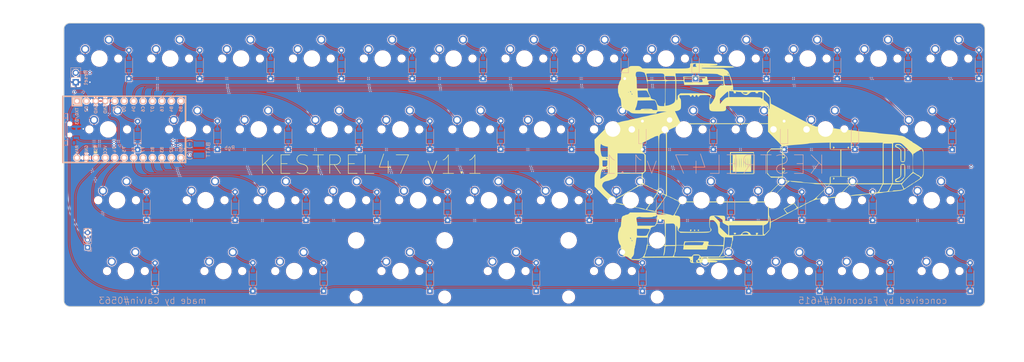
<source format=kicad_pcb>
(kicad_pcb (version 20211014) (generator pcbnew)
  (layers (0 "F.Cu" signal) (31 "B.Cu" signal) (34 "B.Paste" user) (35 "F.Paste" user) (36 "B.SilkS" user "B.Silkscreen") (37 "F.SilkS" user "F.Silkscreen") (38 "B.Mask" user) (39 "F.Mask" user) (44 "Edge.Cuts" user))
  (net 0 "")
  (net 1 "ROW0")
  (net 2 "Net-(D1-Pad2)")
  (net 3 "ROW1")
  (net 4 "Net-(D2-Pad2)")
  (net 5 "ROW2")
  (net 6 "Net-(D3-Pad2)")
  (net 7 " ROW3")
  (net 8 "Net-(D4-Pad2)")
  (net 9 "Net-(D5-Pad2)")
  (net 10 "Net-(D6-Pad2)")
  (net 11 "Net-(D7-Pad2)")
  (net 12 "Net-(D8-Pad2)")
  (net 13 "Net-(D9-Pad2)")
  (net 14 "Net-(D10-Pad2)")
  (net 15 "Net-(D11-Pad2)")
  (net 16 "Net-(D12-Pad2)")
  (net 17 "Net-(D13-Pad2)")
  (net 18 "Net-(D14-Pad2)")
  (net 19 "Net-(D15-Pad2)")
  (net 20 "Net-(D16-Pad2)")
  (net 21 "Net-(D17-Pad2)")
  (net 22 "Net-(D18-Pad2)")
  (net 23 "Net-(D19-Pad2)")
  (net 24 "Net-(D20-Pad2)")
  (net 25 "Net-(D21-Pad2)")
  (net 26 "Net-(D22-Pad2)")
  (net 27 "Net-(D23-Pad2)")
  (net 28 "Net-(D24-Pad2)")
  (net 29 "Net-(D25-Pad2)")
  (net 30 "Net-(D26-Pad2)")
  (net 31 "Net-(D27-Pad2)")
  (net 32 "Net-(D28-Pad2)")
  (net 33 "Net-(D29-Pad2)")
  (net 34 "Net-(D30-Pad2)")
  (net 35 "Net-(D31-Pad2)")
  (net 36 "Net-(D32-Pad2)")
  (net 37 "Net-(D33-Pad2)")
  (net 38 "Net-(D34-Pad2)")
  (net 39 "Net-(D35-Pad2)")
  (net 40 "Net-(D36-Pad2)")
  (net 41 "Net-(D37-Pad2)")
  (net 42 "Net-(D38-Pad2)")
  (net 43 "Net-(D39-Pad2)")
  (net 44 "Net-(D40-Pad2)")
  (net 45 "Net-(D41-Pad2)")
  (net 46 "Net-(D42-Pad2)")
  (net 47 "Net-(D43-Pad2)")
  (net 48 "Net-(D44-Pad2)")
  (net 49 "Net-(D45-Pad2)")
  (net 50 "Net-(D46-Pad2)")
  (net 51 "Net-(D47-Pad2)")
  (net 52 "COL0")
  (net 53 "COL1")
  (net 54 "COL2")
  (net 55 "COL3")
  (net 56 "COL4")
  (net 57 "COL5")
  (net 58 "COL6")
  (net 59 "COL7")
  (net 60 "COL8")
  (net 61 "COL9")
  (net 62 "COL10")
  (net 63 "COL11")
  (net 64 "COL12")
  (net 65 "GND")
  (net 66 "VCC")
  (net 67 "Net-(SW1-Pad2)")
  (net 68 "RAW")
  (net 69 "Net-(BT1-Pad2)")
  (net 71 "RGB")
  (footprint "combodiode:ComboDiode" (layer "F.Cu") (at 176.2125 65.0875 90)
    (fp_text reference "D29" hide)
    (fp_text value "D_Small")
  )
  (footprint "combodiode:ComboDiode" (layer "F.Cu") (at 61.9125 65.0875 90)
    (fp_text reference "D7" hide)
    (fp_text value "D_Small")
  )
  (footprint "MX_Only:MXOnly-1U-NoLED" (layer "F.Cu") (at 158.75 25.4)
    (fp_text reference "MX27")
    (fp_text value "MX-NoLED")
  )
  (footprint "combodiode:ComboDiode" (layer "F.Cu") (at 242.8875 26.9875 90)
    (fp_text reference "D43" hide)
    (fp_text value "D_Small")
  )
  (footprint "combodiode:ComboDiode" (layer "F.Cu") (at 261.9375 26.925 90)
    (fp_text reference "D47" hide)
    (fp_text value "D_Small")
  )
  (footprint "MX_Only:MXOnly-1.5U-NoLED" (layer "F.Cu") (at 249.2375 63.5)
    (fp_text reference "MX45")
    (fp_text value "MX-NoLED")
  )
  (footprint "combodiode:ComboDiode" (layer "F.Cu") (at 109.5375 26.9875 90)
    (fp_text reference "D17" hide)
    (fp_text value "D_Small")
  )
  (footprint "MX_Only:MXOnly-1U-NoLED" (layer "F.Cu") (at 182.5625 44.45)
    (fp_text reference "MX32")
    (fp_text value "MX-NoLED")
  )
  (footprint "combodiode:ComboDiode" (layer "F.Cu") (at 219.075 84.1375 90)
    (fp_text reference "D38" hide)
    (fp_text value "D_Small")
  )
  (footprint "combodiode:ComboDiode" (layer "F.Cu") (at 35.687 46.101 90)
    (fp_text reference "D2" hide)
    (fp_text value "D_Small")
  )
  (footprint "MX_Only:MXOnly-1U-NoLED" (layer "F.Cu") (at 206.375 63.5)
    (fp_text reference "MX37")
    (fp_text value "MX-NoLED")
  )
  (footprint "combodiode:ComboDiode" (layer "F.Cu") (at 114.3 46.0375 90)
    (fp_text reference "D18" hide)
    (fp_text value "D_Small")
  )
  (footprint "MX_Only:MXOnly-1U-NoLED" (layer "F.Cu") (at 82.55 25.4)
    (fp_text reference "MX13")
    (fp_text value "MX-NoLED")
  )
  (footprint "combodiode:ComboDiode" (layer "F.Cu") (at 259.588 84.1375 90)
    (fp_text reference "D46" hide)
    (fp_text value "D_Small")
  )
  (footprint "MX_Only:MXOnly-1U-NoLED" (layer "F.Cu") (at 68.2625 44.45)
    (fp_text reference "MX10")
    (fp_text value "MX-NoLED")
  )
  (footprint "combodiode:ComboDiode" (layer "F.Cu") (at 185.7375 26.9875 90)
    (fp_text reference "D31" hide)
    (fp_text value "D_Small")
  )
  (footprint "MX_Only:MXOnly-1U-NoLED" (layer "F.Cu") (at 134.9375 82.55)
    (fp_text reference "MX23")
    (fp_text value "MX-NoLED")
  )
  (footprint "MX_Only:MXOnly-1U-NoLED" (layer "F.Cu") (at 187.325 63.5)
    (fp_text reference "MX33")
    (fp_text value "MX-NoLED")
  )
  (footprint "combodiode:ComboDiode" (layer "F.Cu") (at 66.675 84.1375 90)
    (fp_text reference "D8" hide)
    (fp_text value "D_Small")
  )
  (footprint "MX_Only:MXOnly-1U-NoLED" (layer "F.Cu") (at 130.175 63.5)
    (fp_text reference "MX22")
    (fp_text value "MX-NoLED")
  )
  (footprint "combodiode:ComboDiode" (layer "F.Cu") (at 138.1125 65.0875 90)
    (fp_text reference "D22" hide)
    (fp_text value "D_Small")
  )
  (footprint "combodiode:ComboDiode" (layer "F.Cu") (at 214.3125 65.0875 90)
    (fp_text reference "D37" hide)
    (fp_text value "D_Small")
  )
  (footprint "MX_Only:MXOnly-1U-NoLED" (layer "F.Cu") (at 101.6 25.4)
    (fp_text reference "MX17")
    (fp_text value "MX-NoLED")
  )
  (footprint "combodiode:ComboDiode" (layer "F.Cu") (at 114.3 84.1375 90)
    (fp_text reference "D16" hide)
    (fp_text value "D_Small")
  )
  (footprint "MX_Only:MXOnly-1U-NoLED" (layer "F.Cu") (at 139.7 25.4)
    (fp_text reference "MX24")
    (fp_text value "MX-NoLED")
  )
  (footprint "MX_Only:MXOnly-1U-NoLED" (layer "F.Cu") (at 220.6625 44.45)
    (fp_text reference "MX40")
    (fp_text value "MX-NoLED")
  )
  (footprint "combodiode:ComboDiode" (layer "F.Cu") (at 100.0125 65.15 90)
    (fp_text reference "D15" hide)
    (fp_text value "D_Small")
  )
  (footprint "MX_Only:MXOnly-1U-NoLED" (layer "F.Cu") (at 120.65 25.4)
    (fp_text reference "MX20")
    (fp_text value "MX-NoLED")
  )
  (footprint "combodiode:ComboDiode" (layer "F.Cu") (at 57.15 46.0375 90)
    (fp_text reference "D6" hide)
    (fp_text value "D_Small")
  )
  (footprint "MX_Only:MXOnly-2U-ReversedStabilizers-NoLED" (layer "F.Cu") (at 106.3625 82.55)
    (fp_text reference "MX16")
    (fp_text value "MX-NoLED")
  )
  (footprint "MX_Only:MXOnly-1.25U-NoLED" (layer "F.Cu") (at 27.772544 44.451161)
    (fp_text reference "MX2")
    (fp_text value "MX-NoLED")
  )
  (footprint "MX_Only:MXOnly-1U-NoLED" (layer "F.Cu") (at 201.6125 44.45)
    (fp_text reference "MX36")
    (fp_text value "MX-NoLED")
  )
  (footprint "combodiode:ComboDiode" (layer "F.Cu") (at 147.6375 26.9875 90)
    (fp_text reference "D24" hide)
    (fp_text value "D_Small")
  )
  (footprint "MX_Only:MXOnly-1U-NoLED" (layer "F.Cu") (at 211.1375 82.55)
    (fp_text reference "MX38")
    (fp_text value "MX-NoLED")
  )
  (footprint "combodiode:ComboDiode" (layer "F.Cu") (at 119.0625 65.0875 90)
    (fp_text reference "D19" hide)
    (fp_text value "D_Small")
  )
  (footprint "MX_Only:MXOnly-1U-NoLED" (layer "F.Cu") (at 58.7375 82.55)
    (fp_text reference "MX8")
    (fp_text value "MX-NoLED")
  )
  (footprint "MX_Only:MXOnly-1.5U-NoLED" (layer "F.Cu") (at 30.1625 63.5)
    (fp_text reference "MX3")
    (fp_text value "MX-NoLED")
  )
  (footprint "combodiode:ComboDiode" (layer "F.Cu") (at 71.4375 26.9875 90)
    (fp_text reference "D9" hide)
    (fp_text value "D_Small")
  )
  (footprint "combodiode:ComboDiode" (layer "F.Cu") (at 33.3375 26.9875 90)
    (fp_text reference "D1" hide)
    (fp_text value "D_Small")
  )
  (footprint "combodiode:ComboDiode" (layer "F.Cu") (at 190.5 46.0375 90)
    (fp_text reference "D32" hide)
    (fp_text value "D_Small")
  )
  (footprint "MX_Only:MXOnly-1U-NoLED" (layer "F.Cu") (at 25.4 25.4)
    (fp_text reference "MX1")
    (fp_text value "MX-NoLED")
  )
  (footprint "MX_Only:MXOnly-1U-NoLED" (layer "F.Cu") (at 192.0875 82.55)
    (fp_text reference "MX34")
    (fp_text value "MX-NoLED")
  )
  (footprint "MX_Only:MXOnly-1U-NoLED" (layer "F.Cu") (at 163.5125 44.45)
    (fp_text reference "MX28")
    (fp_text value "MX-NoLED")
  )
  (footprint "MX_Only:MXOnly-1U-NoLED" (layer "F.Cu") (at 149.225 63.5)
    (fp_text reference "MX26")
    (fp_text value "MX-NoLED")
  )
  (footprint "combodiode:ComboDiode" (layer "F.Cu") (at 38.1 65.0875 90)
    (fp_text reference "D3" hide)
    (fp_text value "D_Small")
  )
  (footprint "MX_Only:MXOnly-1.75U-NoLED" (layer "F.Cu") (at 32.537923 82.55)
    (fp_text reference "MX4")
    (fp_text value "MX-NoLED")
  )
  (footprint "MX_Only:MXOnly-1.25U-NoLED" (layer "F.Cu") (at 251.634806 82.55)
    (fp_text reference "MX46")
    (fp_text value "MX-NoLED")
  )
  (footprint "MX_Only:MXOnly-1U-NoLED" (layer "F.Cu") (at 106.3625 44.45)
    (fp_text reference "MX18")
    (fp_text value "MX-NoLED")
  )
  (footprint "combodiode:ComboDiode" (layer "F.Cu") (at 238.125 84.075 90)
    (fp_text reference "D42" hide)
    (fp_text value "D_Small")
  )
  (footprint "MX_Only:MXOnly-1U-NoLED" (layer "F.Cu") (at 92.075 63.5)
    (fp_text reference "MX15")
    (fp_text value "MX-NoLED")
  )
  (footprint "combodiode:ComboDiode" (layer "F.Cu") (at 133.35 45.975 90)
    (fp_text reference "D21" hide)
    (fp_text value "D_Small")
  )
  (footprint "combodiode:ComboDiode" (layer "F.Cu") (at 171.45 46.0375 90)
    (fp_text reference "D28" hide)
    (fp_text value "D_Small")
  )
  (footprint "MX_Only:MXOnly-1U-NoLED" (layer "F.Cu") (at 168.275 63.5)
    (fp_text reference "MX29")
    (fp_text value "MX-NoLED")
  )
  (footprint "combodiode:ComboDiode" (layer "F.Cu") (at 228.6 46.0375 90)
    (fp_text reference "D40" hide)
    (fp_text value "D_Small")
  )
  (footprint "MX_Only:MXOnly-1U-NoLED" (layer "F.Cu") (at 144.4625 44.45)
    (fp_text reference "MX25")
    (fp_text value "MX-NoLED")
  )
  (footprint "MX_Only:MXOnly-1U-NoLED" (layer "F.Cu") (at 215.9 25.4)
    (fp_text reference "MX39")
    (fp_text value "MX-NoLED")
  )
  (footprint "combodiode:ComboDiode" (layer "F.Cu") (at 257.175 65.0875 90)
    (fp_text reference "D45" hide)
    (fp_text value "D_Small")
  )
  (footprint "combodiode:ComboDiode" (layer "F.Cu") (at 40.386 84.201 90)
    (fp_text reference "D4" hide)
    (fp_text value "D_Small")
  )
  (footprint "MX_Only:MXOnly-1U-NoLED" (layer "F.Cu") (at 44.45 25.4)
    (fp_text reference "MX5")
    (fp_text value "MX-NoLED")
  )
  (footprint "combodiode:ComboDiode" (layer "F.Cu") (at 200.025 84.1375 90)
    (fp_text reference "D34" hide)
    (fp_text value "D_Small")
  )
  (footprint "MX_Only:MXOnly-1U-NoLED" (layer "F.Cu") (at 49.2125 44.45)
    (fp_text reference "MX6")
    (fp_text value "MX-NoLED")
  )
  (footprint "MX_Only:MXOnly-1.75U-NoLED" (layer "F.Cu") (at 246.872306 44.45)
    (fp_text reference "MX44")
    (fp_text value "MX-NoLED")
  )
  (footprint "MX_Only:MXOnly-1U-NoLED" (layer "F.Cu") (at 77.7875 82.55)
    (fp_text reference "MX12")
    (fp_text value "MX-NoLED")
  )
  (footprint "combodiode:ComboDiode" (layer "F.Cu") (at 95.25 46.0375 90)
    (fp_text reference "D14" hide)
    (fp_text value "D_Small")
  )
  (footprint "combodiode:ComboDiode" (layer "F.Cu") (at 76.2 46.0375 90)
    (fp_text reference "D10" hide)
    (fp_text value "D_Small")
  )
  (footprint "combodiode:ComboDiode" (layer "F.Cu") (at 157.1625 65.0875 90)
    (fp_text reference "D26" hide)
    (fp_text value "D_Small")
  )
  (footprint "combodiode:ComboDiode" (layer "F.Cu") (at 52.3875 26.9875 90)
    (fp_text reference "D5" hide)
    (fp_text value "D_Small")
  )
  (footprint "combodiode:ComboDiode" (layer "F.Cu") (at 152.4 46.0375 90)
    (fp_text reference "D25" hide)
    (fp_text value "D_Small")
  )
  (footprint "MX_Only:MXOnly-1U-NoLED" (layer "F.Cu") (at 177.8 25.4)
    (fp_text reference "MX31")
    (fp_text value "MX-NoLED")
  )
  (footprint "MX_Only:MXOnly-1U-NoLED" (layer "F.Cu") (at 111.125 63.5)
    (fp_text reference "MX19")
    (fp_text value "MX-NoLED")
  )
  (footprint "MX_Only:MXOnly-1U-NoLED" (layer "F.Cu") (at 53.975 63.5)
    (fp_text reference "MX7")
    (fp_text value "MX-NoLED")
  )
  (footprint "combodiode:ComboDiode" (layer "F.Cu") (at 195.2625 65.0875 90)
    (fp_text reference "D33" hide)
    (fp_text value "D_Small")
  )
  (footprint "combodiode:ComboDiode" (layer "F.Cu") (at 204.7875 26.9875 90)
    (fp_text reference "D35" hide)
    (fp_text value "D_Small")
  )
  (footprint "combodiode:ComboDiode" (layer "F.Cu") (at 128.5875 26.9875 90)
    (fp_text reference "D20" hide)
    (fp_text value "D_Small")
  )
  (footprint "combodiode:ComboDiode" (layer "F.Cu") (at 142.875 84.1375 90)
    (fp_text reference "D23" hide)
    (fp_text value "D_Small")
  )
  (footprint "MX_Only:MXOnly-1U-NoLED" (layer "F.Cu") (at 230.1875 82.55)
    (fp_text reference "MX42")
    (fp_text value "MX-NoLED")
  )
  (footprint "MX_Only:MXOnly-1U-NoLED" (layer "F.Cu") (at 73.025 63.5)
    (fp_text reference "MX11")
    (fp_text value "MX-NoLED")
  )
  (footprint "combodiode:ComboDiode" (layer "F.Cu") (at 166.6875 26.9875 90)
    (fp_text reference "D27" hide)
    (fp_text value "D_Small")
  )
  (footprint "combodiode:ComboDiode" (layer "F.Cu") (at 85.725 84.1375 90)
    (fp_text reference "D12" hide)
    (fp_text value "D_Small")
  )
  (footprint "LOGO" (layer "F.Cu") (at 203.2 53.975)
    (fp_text reference "G***" hide)
    (fp_text value "LOGO" hide)
  )
  (footprint "MX_Only:MXOnly-1U-NoLED" (layer "F.Cu") (at 254 25.4)
    (fp_text reference "MX47")
    (fp_text value "MX-NoLED")
  )
  (footprint "MX_Only:MXOnly-1U-NoLED" (layer "F.Cu") (at 234.95 25.4)
    (fp_text reference "MX43")
    (fp_text value "MX-NoLED")
  )
  (footprint "MX_Only:MXOnly-1U-NoLED" (layer "F.Cu") (at 87.3125 44.45)
    (fp_text reference "MX14")
    (fp_text value "MX-NoLED")
  )
  (footprint "combodiode:ComboDiode" (layer "F.Cu") (at 233.3625 65.0875 90)
    (fp_text reference "D41" hide)
    (fp_text value "D_Small")
  )
  (footprint "combodiode:ComboDiode" (layer "F.Cu") (at 254.762 46.101 90)
    (fp_text reference "D44" hide)
    (fp_text value "D_Small")
  )
  (footprint "combodiode:ComboDiode" (layer "F.Cu") (at 223.8375 26.9875 90)
    (fp_text reference "D39" hide)
    (fp_text value "D_Small")
  )
  (footprint "combodiode:ComboDiode" (layer "F.Cu") (at 171.45 84.1375 90)
    (fp_text reference "D30" hide)
    (fp_text value "D_Small")
  )
  (footprint "MX_Only:MXOnly-1U-NoLED" (layer "F.Cu") (at 63.5 25.4)
    (fp_text reference "MX9")
    (fp_text value "MX-NoLED")
  )
  (footprint "combodiode:ComboDiode" (layer "F.Cu") (at 209.55 46.0375 90)
    (fp_text reference "D36" hide)
    (fp_text value "D_Small")
  )
  (footprint "combodiode:ComboDiode" (layer "F.Cu") (at 90.4875 26.9875 90)
    (fp_text reference "D13" hide)
    (fp_text value "D_Small")
  )
  (footprint "MX_Only:MXOnly-2U-ReversedStabilizers-NoLED" (layer "F.Cu") (at 163.5125 82.55)
    (fp_text reference "MX30")
    (fp_text value "MX-NoLED")
  )
  (footprint "MX_Only:MXOnly-1U-NoLED" (layer "F.Cu") (at 196.85 25.4)
    (fp_text reference "MX35")
    (fp_text value "MX-NoLED")
  )
  (footprint "MX_Only:MXOnly-1U-NoLED" (layer "F.Cu") (at 125.4125 44.45)
    (fp_text reference "MX21")
    (fp_text value "MX-NoLED")
  )
  (footprint "combodiode:ComboDiode" (layer "F.Cu") (at 80.9625 65.0875 90)
    (fp_text reference "D11" hide)
    (fp_text value "D_Small")
  )
  (footprint "MX_Only:MXOnly-1U-NoLED" (layer "F.Cu") (at 225.425 63.5)
    (fp_text reference "MX41")
    (fp_text value "MX-NoLED")
  )
  (footprint "Connector_PinSocket_2.00mm:PinSocket_1x03_P2.00mm_Vertical" (layer "B.Cu") (at 22.225 76.2)
    (fp_text reference "J1" hide)
    (fp_text value "Conn_01x03")
  )
  (footprint "Connector_PinHeader_2.54mm:PinHeader_1x02_P2.54mm_Vertical" (layer "B.Cu") (at 19.05 31.75)
    (fp_text reference "SW1" hide)
    (fp_text value "SW_Push")
  )
  (footprint "Keebio-Parts:ArduinoProMicro" (layer "B.Cu") (at 33.3375 44.45)
    (fp_text reference "U1" hide)
    (fp_text value "ProMicro" hide)
  )
  (footprint "keeblib:switch_SSSS811101" (layer "B.Cu") (at 17.4625 44.45 90)
    (fp_text reference "SW2" hide)
    (fp_text value "SW_SPDT")
  )
  (footprint "keeblib:cell_pads" (layer "B.Cu") (at 52.197 49.911 90)
    (fp_text reference "BT1" hide)
    (fp_text value "Battery_Cell")
  )
  (gr_arc (start 261.9375 15.875) (mid 263.060032 16.339968) (end 263.525 17.4625) (layer "Edge.Cuts") (width 0.2))
  (gr_arc (start 17.4625 92.075) (mid 16.339968 91.610032) (end 15.875 90.4875) (layer "Edge.Cuts") (width 0.2))
  (gr_line (start 15.875 90.4875) (end 15.875 17.4625) (layer "Edge.Cuts") (width 0.2))
  (gr_arc (start 15.875 17.4625) (mid 16.339968 16.339968) (end 17.4625 15.875) (layer "Edge.Cuts") (width 0.2))
  (gr_arc (start 263.525 90.4875) (mid 263.060032 91.610032) (end 261.9375 92.075) (layer "Edge.Cuts") (width 0.2))
  (gr_line (start 261.9375 92.075) (end 17.4625 92.075) (layer "Edge.Cuts") (width 0.2))
  (gr_line (start 263.525 17.4625) (end 263.525 90.4875) (layer "Edge.Cuts") (width 0.2))
  (gr_line (start 17.4625 15.875) (end 261.9375 15.875) (layer "Edge.Cuts") (width 0.2))
  (gr_text "made by Calvin#0563" (at 39.6875 90.4875) (layer "B.SilkS") (effects (font (size 1.75 1.75)) (justify mirror)))
  (gr_text "Rgb" (at 60.452 49.403) (layer "B.SilkS") (effects (font (size 1 1)) (justify mirror)))
  (gr_text "Reset\n" (at 21.717 30.48 90) (layer "B.SilkS") (effects (font (size 1 1)) (justify mirror)))
  (gr_text "conceived by Falconloft#4615" (at 233.3625 90.4875) (layer "B.SilkS") (effects (font (size 1.75 1.75)) (justify mirror)))
  (gr_text "Power" (at 22.098 73.025 90) (layer "B.SilkS") (effects (font (size 1 1)) (justify mirror)))
  (gr_text "KESTREL47 v1.1" (at 190.5 53.975) (layer "B.SilkS") (effects (font (size 5 5)) (justify mirror)))
  (gr_text "KESTREL47 v1.1\n" (at 98.425 53.975) (layer "F.SilkS") (effects (font (size 5 5))))
  (segment (start 33.3375 30.7975) (end 261.786612 30.7975) (width 0.25) (layer "B.Cu") (net 1))
  (segment (start 32.0675 33.863551) (end 32.0675 36.83) (width 0.25) (layer "B.Cu") (net 1))
  (arc (start 261.786612 30.7975) (mid 261.868272 30.781256) (end 261.9375 30.735) (width 0.25) (layer "B.Cu") (net 1))
  (arc (start 33.3375 30.7975) (mid 32.397562 32.204216) (end 32.0675 33.863551) (width 0.25) (layer "B.Cu") (net 1))
  (segment (start 27.94 20.32) (end 29.001449 21.381449) (width 0.25) (layer "B.Cu") (net 2))
  (arc (start 29.001449 21.381449) (mid 30.990846 22.710721) (end 33.3375 23.1775) (width 0.25) (layer "B.Cu") (net 2))
  (segment (start 35.687 49.911) (end 33.147 49.911) (width 0.25) (layer "B.Cu") (net 3))
  (segment (start 28.03525 40.60825) (end 28.03525 38.32225) (width 0.25) (layer "B.Cu") (net 3))
  (segment (start 30.48 47.244) (end 30.48 43.053) (width 0.25) (layer "B.Cu") (net 3))
  (segment (start 35.687 49.911) (end 254.762 49.911) (width 0.25) (layer "B.Cu") (net 3))
  (arc (start 28.03525 38.32225) (mid 28.47232 37.26707) (end 29.5275 36.83) (width 0.25) (layer "B.Cu") (net 3))
  (arc (start 30.48 43.053) (mid 30.033631 41.975369) (end 28.956 41.529) (width 0.25) (layer "B.Cu") (net 3))
  (arc (start 33.147 49.911) (mid 31.261146 49.129854) (end 30.48 47.244) (width 0.25) (layer "B.Cu") (net 3))
  (arc (start 28.956 41.529) (mid 28.304931 41.259319) (end 28.03525 40.60825) (width 0.25) (layer "B.Cu") (net 3))
  (segment (start 30.312544 39.371161) (end 31.496706 40.555323) (width 0.25) (layer "B.Cu") (net 4))
  (arc (start 31.496706 40.555323) (mid 33.419229 41.839912) (end 35.687 42.291) (width 0.25) (layer "B.Cu") (net 4))
  (segment (start 38.1 68.8975) (end 257.175 68.8975) (width 0.25) (layer "B.Cu") (net 5))
  (segment (start 23.622 63.449589) (end 23.622 61.087) (width 0.25) (layer "B.Cu") (net 5))
  (segment (start 37.946698 68.961) (end 32.766 68.961) (width 0.25) (layer "B.Cu") (net 5))
  (segment (start 25.822163 55.775338) (end 29.5275 52.07) (width 0.25) (layer "B.Cu") (net 5))
  (arc (start 38.1 68.8975) (mid 38.029664 68.944497) (end 37.946698 68.961) (width 0.25) (layer "B.Cu") (net 5))
  (arc (start 23.622 61.087) (mid 24.193804 58.212349) (end 25.822163 55.775338) (width 0.25) (layer "B.Cu") (net 5))
  (arc (start 24.483921 65.53045) (mid 23.846006 64.575743) (end 23.622 63.449589) (width 0.25) (layer "B.Cu") (net 5))
  (arc (start 24.483921 65.53045) (mid 28.283771 68.069429) (end 32.766 68.961) (width 0.25) (layer "B.Cu") (net 5))
  (segment (start 32.7025 58.42) (end 33.763949 59.481449) (width 0.25) (layer "B.Cu") (net 6))
  (arc (start 33.763949 59.481449) (mid 35.753346 60.810721) (end 38.1 61.2775) (width 0.25) (layer "B.Cu") (net 6))
  (segment (start 16.51 43.03121) (end 16.51 45.847) (width 0.25) (layer "B.Cu") (net 7))
  (segment (start 66.675 87.9475) (end 85.725 87.9475) (width 0.25) (layer "B.Cu") (net 7))
  (segment (start 40.386 88.011) (end 66.521698 88.011) (width 0.25) (layer "B.Cu") (net 7))
  (segment (start 40.386 88.011) (end 32.119784 88.011) (width 0.25) (layer "B.Cu") (net 7))
  (segment (start 145.174538 86.995) (end 169.150462 86.995) (width 0.25) (layer "B.Cu") (net 7))
  (segment (start 17.272 47.47621) (end 17.272 74.240847) (width 0.25) (layer "B.Cu") (net 7))
  (segment (start 200.025 87.9475) (end 259.588 87.9475) (width 0.25) (layer "B.Cu") (net 7))
  (segment (start 116.906143 86.868) (end 140.268857 86.868) (width 0.25) (layer "B.Cu") (net 7))
  (segment (start 17.145 41.402) (end 17.145 41.498185) (width 0.25) (layer "B.Cu") (net 7))
  (segment (start 19.3675 36.83) (end 18.806348 37.391152) (width 0.25) (layer "B.Cu") (net 7))
  (segment (start 88.637748 86.741) (end 111.387252 86.741) (width 0.25) (layer "B.Cu") (net 7))
  (segment (start 16.86921 46.71421) (end 17.018 46.863) (width 0.25) (layer "B.Cu") (net 7))
  (segment (start 173.442933 87.122) (end 198.032067 87.122) (width 0.25) (layer "B.Cu") (net 7))
  (arc (start 169.150462 86.995) (mid 170.394963 87.242547) (end 171.45 87.9475) (width 0.25) (layer "B.Cu") (net 7))
  (arc (start 32.119784 88.011) (mid 26.146178 86.822776) (end 21.082 83.439) (width 0.25) (layer "B.Cu") (net 7))
  (arc (start 142.875 87.9475) (mid 143.930037 87.242547) (end 145.174538 86.995) (width 0.25) (layer "B.Cu") (net 7))
  (arc (start 17.272 74.240847) (mid 18.262187 79.218851) (end 21.082 83.439) (width 0.25) (layer "B.Cu") (net 7))
  (arc (start 18.806348 37.391152) (mid 17.57677 39.231344) (end 17.145 41.402) (width 0.25) (layer "B.Cu") (net 7))
  (arc (start 111.387252 86.741) (mid 112.96362 87.054559) (end 114.3 87.9475) (width 0.25) (layer "B.Cu") (net 7))
  (arc (start 16.764 42.418) (mid 16.576012 42.699343) (end 16.51 43.03121) (width 0.25) (layer "B.Cu") (net 7))
  (arc (start 198.032067 87.122) (mid 199.110634 87.336541) (end 200.025 87.9475) (width 0.25) (layer "B.Cu") (net 7))
  (arc (start 66.521698 88.011) (mid 66.604664 87.994497) (end 66.675 87.9475) (width 0.25) (layer "B.Cu") (net 7))
  (arc (start 140.268857 86.868) (mid 141.679291 87.148553) (end 142.875 87.9475) (width 0.25) (layer "B.Cu") (net 7))
  (arc (start 16.51 45.847) (mid 16.603356 46.316331) (end 16.86921 46.71421) (width 0.25) (layer "B.Cu") (net 7))
  (arc (start 17.145 41.498185) (mid 17.045981 41.995985) (end 16.764 42.418) (width 0.25) (layer "B.Cu") (net 7))
  (arc (start 171.45 87.9475) (mid 172.364365 87.33654) (end 173.442933 87.122) (width 0.25) (layer "B.Cu") (net 7))
  (arc (start 17.018 46.863) (mid 17.205987 47.144343) (end 17.272 47.47621) (width 0.25) (layer "B.Cu") (net 7))
  (arc (start 85.725 87.9475) (mid 87.06138 87.054559) (end 88.637748 86.741) (width 0.25) (layer "B.Cu") (net 7))
  (arc (start 114.3 87.9475) (mid 115.495708 87.148553) (end 116.906143 86.868) (width 0.25) (layer "B.Cu") (net 7))
  (segment (start 35.077923 77.47) (end 36.311004 78.703081) (width 0.25) (layer "B.Cu") (net 8))
  (arc (start 36.311004 78.703081) (mid 38.180628 79.952324) (end 40.386 80.391) (width 0.25) (layer "B.Cu") (net 8))
  (segment (start 46.99 20.32) (end 48.051449 21.381449) (width 0.25) (layer "B.Cu") (net 9))
  (arc (start 48.051449 21.381449) (mid 50.040846 22.710721) (end 52.3875 23.1775) (width 0.25) (layer "B.Cu") (net 9))
  (segment (start 51.7525 39.37) (end 52.813949 40.431449) (width 0.25) (layer "B.Cu") (net 10))
  (arc (start 52.813949 40.431449) (mid 54.803346 41.760721) (end 57.15 42.2275) (width 0.25) (layer "B.Cu") (net 10))
  (segment (start 56.515 58.42) (end 57.576449 59.481449) (width 0.25) (layer "B.Cu") (net 11))
  (arc (start 57.576449 59.481449) (mid 59.565846 60.810721) (end 61.9125 61.2775) (width 0.25) (layer "B.Cu") (net 11))
  (segment (start 61.2775 77.47) (end 62.338949 78.531449) (width 0.25) (layer "B.Cu") (net 12))
  (arc (start 62.338949 78.531449) (mid 64.328346 79.860721) (end 66.675 80.3275) (width 0.25) (layer "B.Cu") (net 12))
  (segment (start 66.04 20.32) (end 67.101449 21.381449) (width 0.25) (layer "B.Cu") (net 13))
  (arc (start 67.101449 21.381449) (mid 69.090846 22.710721) (end 71.4375 23.1775) (width 0.25) (layer "B.Cu") (net 13))
  (segment (start 70.8025 39.37) (end 71.863949 40.431449) (width 0.25) (layer "B.Cu") (net 14))
  (arc (start 71.863949 40.431449) (mid 73.853346 41.760721) (end 76.2 42.2275) (width 0.25) (layer "B.Cu") (net 14))
  (segment (start 75.565 58.42) (end 76.626449 59.481449) (width 0.25) (layer "B.Cu") (net 15))
  (arc (start 76.626449 59.481449) (mid 78.615846 60.810721) (end 80.9625 61.2775) (width 0.25) (layer "B.Cu") (net 15))
  (segment (start 80.3275 77.47) (end 81.388949 78.531449) (width 0.25) (layer "B.Cu") (net 16))
  (arc (start 81.388949 78.531449) (mid 83.378346 79.860721) (end 85.725 80.3275) (width 0.25) (layer "B.Cu") (net 16))
  (segment (start 85.09 20.32) (end 86.151449 21.381449) (width 0.25) (layer "B.Cu") (net 17))
  (arc (start 86.151449 21.381449) (mid 88.140846 22.710721) (end 90.4875 23.1775) (width 0.25) (layer "B.Cu") (net 17))
  (segment (start 89.8525 39.37) (end 90.913949 40.431449) (width 0.25) (layer "B.Cu") (net 18))
  (arc (start 90.913949 40.431449) (mid 92.903346 41.760721) (end 95.25 42.2275) (width 0.25) (layer "B.Cu") (net 18))
  (segment (start 94.615 58.42) (end 95.783143 59.588143) (width 0.25) (layer "B.Cu") (net 19))
  (arc (start 95.783143 59.588143) (mid 97.723589 60.884707) (end 100.0125 61.34) (width 0.25) (layer "B.Cu") (net 19))
  (segment (start 108.9025 77.47) (end 109.963949 78.531449) (width 0.25) (layer "B.Cu") (net 20))
  (arc (start 109.963949 78.531449) (mid 111.953346 79.860721) (end 114.3 80.3275) (width 0.25) (layer "B.Cu") (net 20))
  (segment (start 104.14 20.32) (end 105.201449 21.381449) (width 0.25) (layer "B.Cu") (net 21))
  (arc (start 105.201449 21.381449) (mid 107.190846 22.710721) (end 109.5375 23.1775) (width 0.25) (layer "B.Cu") (net 21))
  (segment (start 108.9025 39.37) (end 109.963949 40.431449) (width 0.25) (layer "B.Cu") (net 22))
  (arc (start 109.963949 40.431449) (mid 111.953346 41.760721) (end 114.3 42.2275) (width 0.25) (layer "B.Cu") (net 22))
  (segment (start 113.665 58.42) (end 114.726449 59.481449) (width 0.25) (layer "B.Cu") (net 23))
  (arc (start 114.726449 59.481449) (mid 116.715846 60.810721) (end 119.0625 61.2775) (width 0.25) (layer "B.Cu") (net 23))
  (segment (start 123.19 20.32) (end 124.251449 21.381449) (width 0.25) (layer "B.Cu") (net 24))
  (arc (start 124.251449 21.381449) (mid 126.240846 22.710721) (end 128.5875 23.1775) (width 0.25) (layer "B.Cu") (net 24))
  (segment (start 127.9525 39.37) (end 128.907254 40.324754) (width 0.25) (layer "B.Cu") (net 25))
  (arc (start 128.907254 40.324754) (mid 130.945603 41.686735) (end 133.35 42.165) (width 0.25) (layer "B.Cu") (net 25))
  (segment (start 132.715 58.42) (end 133.776449 59.481449) (width 0.25) (layer "B.Cu") (net 26))
  (arc (start 133.776449 59.481449) (mid 135.765846 60.810721) (end 138.1125 61.2775) (width 0.25) (layer "B.Cu") (net 26))
  (segment (start 137.4775 77.47) (end 138.538949 78.531449) (width 0.25) (layer "B.Cu") (net 27))
  (arc (start 138.538949 78.531449) (mid 140.528346 79.860721) (end 142.875 80.3275) (width 0.25) (layer "B.Cu") (net 27))
  (segment (start 142.24 20.32) (end 143.301449 21.381449) (width 0.25) (layer "B.Cu") (net 28))
  (arc (start 143.301449 21.381449) (mid 145.290846 22.710721) (end 147.6375 23.1775) (width 0.25) (layer "B.Cu") (net 28))
  (segment (start 147.0025 39.37) (end 148.063949 40.431449) (width 0.25) (layer "B.Cu") (net 29))
  (arc (start 148.063949 40.431449) (mid 150.053346 41.760721) (end 152.4 42.2275) (width 0.25) (layer "B.Cu") (net 29))
  (segment (start 151.765 58.42) (end 152.826449 59.481449) (width 0.25) (layer "B.Cu") (net 30))
  (arc (start 152.826449 59.481449) (mid 154.815846 60.810721) (end 157.1625 61.2775) (width 0.25) (layer "B.Cu") (net 30))
  (segment (start 161.29 20.32) (end 162.351449 21.381449) (width 0.25) (layer "B.Cu") (net 31))
  (arc (start 162.351449 21.381449) (mid 164.340846 22.710721) (end 166.6875 23.1775) (width 0.25) (layer "B.Cu") (net 31))
  (segment (start 166.0525 39.37) (end 167.113949 40.431449) (width 0.25) (layer "B.Cu") (net 32))
  (arc (start 167.113949 40.431449) (mid 169.103346 41.760721) (end 171.45 42.2275) (width 0.25) (layer "B.Cu") (net 32))
  (segment (start 170.815 58.42) (end 171.876449 59.481449) (width 0.25) (layer "B.Cu") (net 33))
  (arc (start 171.876449 59.481449) (mid 173.865846 60.810721) (end 176.2125 61.2775) (width 0.25) (layer "B.Cu") (net 33))
  (segment (start 166.0525 77.47) (end 167.113949 78.531449) (width 0.25) (layer "B.Cu") (net 34))
  (arc (start 167.113949 78.531449) (mid 169.103346 79.860721) (end 171.45 80.3275) (width 0.25) (layer "B.Cu") (net 34))
  (segment (start 180.34 20.32) (end 181.401449 21.381449) (width 0.25) (layer "B.Cu") (net 35))
  (arc (start 181.401449 21.381449) (mid 183.390846 22.710721) (end 185.7375 23.1775) (width 0.25) (layer "B.Cu") (net 35))
  (segment (start 185.1025 39.37) (end 186.163949 40.431449) (width 0.25) (layer "B.Cu") (net 36))
  (arc (start 186.163949 40.431449) (mid 188.153346 41.760721) (end 190.5 42.2275) (width 0.25) (layer "B.Cu") (net 36))
  (segment (start 189.865 58.42) (end 190.926449 59.481449) (width 0.25) (layer "B.Cu") (net 37))
  (arc (start 190.926449 59.481449) (mid 192.915846 60.810721) (end 195.2625 61.2775) (width 0.25) (layer "B.Cu") (net 37))
  (segment (start 194.6275 77.47) (end 195.688949 78.531449) (width 0.25) (layer "B.Cu") (net 38))
  (arc (start 195.688949 78.531449) (mid 197.678346 79.860721) (end 200.025 80.3275) (width 0.25) (layer "B.Cu") (net 38))
  (segment (start 199.39 20.32) (end 200.451449 21.381449) (width 0.25) (layer "B.Cu") (net 39))
  (arc (start 200.451449 21.381449) (mid 202.440846 22.710721) (end 204.7875 23.1775) (width 0.25) (layer "B.Cu") (net 39))
  (segment (start 204.1525 39.37) (end 205.213949 40.431449) (width 0.25) (layer "B.Cu") (net 40))
  (arc (start 205.213949 40.431449) (mid 207.203346 41.760721) (end 209.55 42.2275) (width 0.25) (layer "B.Cu") (net 40))
  (segment (start 208.915 58.42) (end 209.976449 59.481449) (width 0.25) (layer "B.Cu") (net 41))
  (arc (start 209.976449 59.481449) (mid 211.965846 60.810721) (end 214.3125 61.2775) (width 0.25) (layer "B.Cu") (net 41))
  (segment (start 213.6775 77.47) (end 214.738949 78.531449) (width 0.25) (layer "B.Cu") (net 42))
  (arc (start 214.738949 78.531449) (mid 216.728346 79.860721) (end 219.075 80.3275) (width 0.25) (layer "B.Cu") (net 42))
  (segment (start 218.44 20.32) (end 219.501449 21.381449) (width 0.25) (layer "B.Cu") (net 43))
  (arc (start 219.501449 21.381449) (mid 221.490846 22.710721) (end 223.8375 23.1775) (width 0.25) (layer "B.Cu") (net 43))
  (segment (start 223.2025 39.37) (end 224.263949 40.431449) (width 0.25) (layer "B.Cu") (net 44))
  (arc (start 224.263949 40.431449) (mid 226.253346 41.760721) (end 228.6 42.2275) (width 0.25) (layer "B.Cu") (net 44))
  (segment (start 227.965 58.42) (end 229.026449 59.481449) (width 0.25) (layer "B.Cu") (net 45))
  (arc (start 229.026449 59.481449) (mid 231.015846 60.810721) (end 233.3625 61.2775) (width 0.25) (layer "B.Cu") (net 45))
  (segment (start 232.7275 77.47) (end 233.682254 78.424754) (width 0.25) (layer "B.Cu") (net 46))
  (arc (start 233.682254 78.424754) (mid 235.720603 79.786735) (end 238.125 80.265) (width 0.25) (layer "B.Cu") (net 46))
  (segment (start 237.49 20.32) (end 238.551449 21.381449) (width 0.25) (layer "B.Cu") (net 47))
  (arc (start 238.551449 21.381449) (mid 240.540846 22.710721) (end 242.8875 23.1775) (width 0.25) (layer "B.Cu") (net 47))
  (segment (start 249.412306 39.37) (end 250.615959 40.573653) (width 0.25) (layer "B.Cu") (net 48))
  (arc (start 250.615959 40.573653) (mid 252.518179 41.844676) (end 254.762 42.291) (width 0.25) (layer "B.Cu") (net 48))
  (segment (start 251.7775 58.42) (end 252.838949 59.481449) (width 0.25) (layer "B.Cu") (net 49))
  (arc (start 252.838949 59.481449) (mid 254.828346 60.810721) (end 257.175 61.2775) (width 0.25) (layer "B.Cu") (net 49))
  (segment (start 254.174806 77.47) (end 255.225157 78.520351) (width 0.25) (layer "B.Cu") (net 50))
  (arc (start 255.225157 78.520351) (mid 257.226846 79.857837) (end 259.588 80.3275) (width 0.25) (layer "B.Cu") (net 50))
  (segment (start 256.54 20.32) (end 257.494754 21.274754) (width 0.25) (layer "B.Cu") (net 51))
  (arc (start 257.494754 21.274754) (mid 259.533103 22.636735) (end 261.9375 23.115) (width 0.25) (layer "B.Cu") (net 51))
  (segment (start 26.3525 60.96) (end 26.3525 74.275222) (width 0.25) (layer "F.Cu") (net 52))
  (segment (start 23.962544 41.911161) (end 23.962544 50.856061) (width 0.25) (layer "F.Cu") (net 52))
  (segment (start 23.2462 51.572405) (end 23.2462 53.460729) (width 0.25) (layer "F.Cu") (net 52))
  (segment (start 23.962544 50.856061) (end 23.2462 51.572405) (width 0.25) (layer "F.Cu") (net 52))
  (segment (start 21.59 22.86) (end 21.59 33.19058) (width 0.25) (layer "F.Cu") (net 52))
  (segment (start 21.717 40.386) (end 22.732773 41.401773) (width 0.25) (layer "F.Cu") (net 52))
  (segment (start 20.701 35.336815) (end 20.701 37.93316) (width 0.25) (layer "F.Cu") (net 52))
  (arc (start 21.082 34.417) (mid 20.800019 34.839014) (end 20.701 35.336815) (width 0.25) (layer "F.Cu") (net 52))
  (arc (start 26.3525 74.275222) (mid 26.969853 77.378861) (end 28.727923 80.01) (width 0.25) (layer "F.Cu") (net 52))
  (arc (start 22.732773 41.401773) (mid 23.296997 41.778775) (end 23.962544 41.911161) (width 0.25) (layer "F.Cu") (net 52))
  (arc (start 20.701 37.93316) (mid 20.96505 39.260627) (end 21.717 40.386) (width 0.25) (layer "F.Cu") (net 52))
  (arc (start 23.2462 53.460729) (mid 24.053501 57.519305) (end 26.3525 60.96) (width 0.25) (layer "F.Cu") (net 52))
  (arc (start 21.59 33.19058) (mid 21.457975 33.854314) (end 21.082 34.417) (width 0.25) (layer "F.Cu") (net 52))
  (segment (start 28.597564 55.539936) (end 32.0675 52.07) (width 0.25) (layer "B.Cu") (net 52))
  (arc (start 26.3525 60.96) (mid 26.935973 58.026683) (end 28.597564 55.539936) (width 0.25) (layer "B.Cu") (net 52))
  (segment (start 40.64 22.86) (end 40.998741 23.218741) (width 0.25) (layer "F.Cu") (net 53))
  (segment (start 46.101 43.596328) (end 46.101 52.959) (width 0.25) (layer "F.Cu") (net 53))
  (segment (start 50.165 60.96) (end 50.165 68.512308) (width 0.25) (layer "F.Cu") (net 53))
  (segment (start 48.884879 59.67988) (end 50.165 60.96) (width 0.25) (layer "F.Cu") (net 53))
  (segment (start 40.998741 23.218741) (end 40.998741 37.200842) (width 0.25) (layer "F.Cu") (net 53))
  (segment (start 41.529 38.481) (end 44.643691 41.595691) (width 0.25) (layer "F.Cu") (net 53))
  (arc (start 46.101 52.959) (mid 46.824507 56.596314) (end 48.884879 59.67988) (width 0.25) (layer "F.Cu") (net 53))
  (arc (start 44.643691 41.595691) (mid 44.991836 41.828314) (end 45.4025 41.91) (width 0.25) (layer "F.Cu") (net 53))
  (arc (start 50.165 68.512308) (mid 51.402734 74.734814) (end 54.9275 80.01) (width 0.25) (layer "F.Cu") (net 53))
  (arc (start 44.860494 41.685494) (mid 45.109169 41.851653) (end 45.4025 41.91) (width 0.25) (layer "F.Cu") (net 53))
  (arc (start 40.998741 37.200842) (mid 41.136551 37.893658) (end 41.529 38.481) (width 0.25) (layer "F.Cu") (net 53))
  (arc (start 45.4025 41.91) (mid 45.919466 42.683694) (end 46.101 43.596328) (width 0.25) (layer "F.Cu") (net 53))
  (segment (start 47.3075 37.310924) (end 47.3075 36.83) (width 0.25) (layer "B.Cu") (net 53))
  (arc (start 45.4025 41.91) (mid 46.812407 39.799926) (end 47.3075 37.310924) (width 0.25) (layer "B.Cu") (net 53))
  (segment (start 69.215 60.96) (end 69.215 68.512308) (width 0.25) (layer "F.Cu") (net 54))
  (segment (start 64.4525 41.91) (end 64.4525 49.462308) (width 0.25) (layer "F.Cu") (net 54))
  (segment (start 59.69 22.86) (end 59.69 30.412308) (width 0.25) (layer "F.Cu") (net 54))
  (arc (start 59.69 30.412308) (mid 60.927734 36.634814) (end 64.4525 41.91) (width 0.25) (layer "F.Cu") (net 54))
  (arc (start 69.215 68.512308) (mid 70.452734 74.734814) (end 73.9775 80.01) (width 0.25) (layer "F.Cu") (net 54))
  (arc (start 64.4525 49.462308) (mid 65.690234 55.684814) (end 69.215 60.96) (width 0.25) (layer "F.Cu") (net 54))
  (segment (start 69.215 60.96) (end 68.653301 60.398301) (width 0.25) (layer "B.Cu") (net 54))
  (segment (start 60.198 56.896) (end 37.465 56.896) (width 0.25) (layer "B.Cu") (net 54))
  (segment (start 34.6075 54.0385) (end 34.6075 52.07) (width 0.25) (layer "B.Cu") (net 54))
  (arc (start 68.653301 60.398301) (mid 64.773976 57.806218) (end 60.198 56.896) (width 0.25) (layer "B.Cu") (net 54))
  (arc (start 37.465 56.896) (mid 35.444442 56.059058) (end 34.6075 54.0385) (width 0.25) (layer "B.Cu") (net 54))
  (segment (start 98.662497 80.01) (end 102.5525 80.01) (width 0.25) (layer "F.Cu") (net 55))
  (segment (start 78.74 22.86) (end 78.74 30.412308) (width 0.25) (layer "F.Cu") (net 55))
  (segment (start 83.5025 41.91) (end 83.5025 49.462308) (width 0.25) (layer "F.Cu") (net 55))
  (segment (start 88.265 60.96) (end 88.265 66.559216) (width 0.25) (layer "F.Cu") (net 55))
  (arc (start 83.5025 49.462308) (mid 84.740234 55.684814) (end 88.265 60.96) (width 0.25) (layer "F.Cu") (net 55))
  (arc (start 92.837 77.597) (mid 95.509761 79.382882) (end 98.662497 80.01) (width 0.25) (layer "F.Cu") (net 55))
  (arc (start 88.265 66.559216) (mid 89.453224 72.532821) (end 92.837 77.597) (width 0.25) (layer "F.Cu") (net 55))
  (arc (start 78.74 30.412308) (mid 79.977734 36.634814) (end 83.5025 41.91) (width 0.25) (layer "F.Cu") (net 55))
  (segment (start 46.032 34.486) (end 53.525 34.486) (width 0.25) (layer "B.Cu") (net 55))
  (segment (start 45.530822 34.987178) (end 46.032 34.486) (width 0.25) (layer "B.Cu") (net 55))
  (segment (start 65.579379 34.486) (end 53.525 34.486) (width 0.25) (layer "B.Cu") (net 55))
  (arc (start 83.5025 41.91) (mid 75.279302 36.415434) (end 65.579379 34.486) (width 0.25) (layer "B.Cu") (net 55))
  (arc (start 44.7675 36.83) (mid 44.965881 35.832672) (end 45.530822 34.987178) (width 0.25) (layer "B.Cu") (net 55))
  (segment (start 102.5525 41.91) (end 102.5525 49.462308) (width 0.25) (layer "F.Cu") (net 56))
  (segment (start 97.79 22.86) (end 97.79 30.412308) (width 0.25) (layer "F.Cu") (net 56))
  (arc (start 97.79 30.412308) (mid 99.027734 36.634814) (end 102.5525 41.91) (width 0.25) (layer "F.Cu") (net 56))
  (arc (start 102.5525 49.462308) (mid 103.790234 55.684814) (end 107.315 60.96) (width 0.25) (layer "F.Cu") (net 56))
  (segment (start 97.282 56.388) (end 39.55863 56.388) (width 0.25) (layer "B.Cu") (net 56))
  (segment (start 37.1475 54.246277) (end 37.1475 52.07) (width 0.25) (layer "B.Cu") (net 56))
  (segment (start 107.315 60.96) (end 106.60451 60.24951) (width 0.25) (layer "B.Cu") (net 56))
  (arc (start 37.719 55.626) (mid 37.296028 54.992978) (end 37.1475 54.246277) (width 0.25) (layer "B.Cu") (net 56))
  (arc (start 106.60451 60.24951) (mid 102.327306 57.391574) (end 97.282 56.388) (width 0.25) (layer "B.Cu") (net 56))
  (arc (start 39.55863 56.388) (mid 38.563029 56.189963) (end 37.719 55.626) (width 0.25) (layer "B.Cu") (net 56))
  (segment (start 116.84 22.86) (end 116.84 30.412308) (width 0.25) (layer "F.Cu") (net 57))
  (segment (start 126.365 60.96) (end 126.365 68.512308) (width 0.25) (layer "F.Cu") (net 57))
  (segment (start 121.6025 41.91) (end 121.6025 49.462308) (width 0.25) (layer "F.Cu") (net 57))
  (arc (start 121.6025 49.462308) (mid 122.840234 55.684814) (end 126.365 60.96) (width 0.25) (layer "F.Cu") (net 57))
  (arc (start 116.84 30.412308) (mid 118.077734 36.634814) (end 121.6025 41.91) (width 0.25) (layer "F.Cu") (net 57))
  (arc (start 126.365 68.512308) (mid 127.602734 74.734814) (end 131.1275 80.01) (width 0.25) (layer "F.Cu") (net 57))
  (segment (start 42.2275 36.769143) (end 42.2275 36.83) (width 0.25) (layer "B.Cu") (net 57))
  (segment (start 121.6025 41.91) (end 120.688199 40.995699) (width 0.25) (layer "B.Cu") (net 57))
  (segment (start 103.886 34.036) (end 43.613605 34.036) (width 0.25) (layer "B.Cu") (net 57))
  (arc (start 43.613605 34.036) (mid 43.447672 34.069006) (end 43.307 34.163) (width 0.25) (layer "B.Cu") (net 57))
  (arc (start 43.307 34.163) (mid 42.508053 35.358708) (end 42.2275 36.769143) (width 0.25) (layer "B.Cu") (net 57))
  (arc (start 120.688199 40.995699) (mid 112.979285 35.844767) (end 103.886 34.036) (width 0.25) (layer "B.Cu") (net 57))
  (segment (start 135.89 22.86) (end 135.89 30.412308) (width 0.25) (layer "F.Cu") (net 58))
  (segment (start 140.6525 41.91) (end 140.6525 49.462308) (width 0.25) (layer "F.Cu") (net 58))
  (arc (start 135.89 30.412308) (mid 137.127734 36.634814) (end 140.6525 41.91) (width 0.25) (layer "F.Cu") (net 58))
  (arc (start 140.6525 49.462308) (mid 141.890234 55.684814) (end 145.415 60.96) (width 0.25) (layer "F.Cu") (net 58))
  (segment (start 40.959629 55.938) (end 134.678 55.938) (width 0.25) (layer "B.Cu") (net 58))
  (segment (start 145.415 60.96) (end 144.434116 59.979116) (width 0.25) (layer "B.Cu") (net 58))
  (segment (start 39.6875 52.07) (end 39.6875 53.760067) (width 0.25) (layer "B.Cu") (net 58))
  (arc (start 39.6875 53.760067) (mid 39.902041 54.838634) (end 40.513 55.753) (width 0.25) (layer "B.Cu") (net 58))
  (arc (start 40.513 55.753) (mid 40.717915 55.88992) (end 40.959629 55.938) (width 0.25) (layer "B.Cu") (net 58))
  (arc (start 144.434116 59.979116) (mid 139.957972 56.988252) (end 134.678 55.938) (width 0.25) (layer "B.Cu") (net 58))
  (segment (start 164.465 60.96) (end 164.465 68.512308) (width 0.25) (layer "F.Cu") (net 59))
  (segment (start 159.7025 41.91) (end 159.7025 49.462308) (width 0.25) (layer "F.Cu") (net 59))
  (segment (start 154.94 22.86) (end 154.94 30.412308) (width 0.25) (layer "F.Cu") (net 59))
  (arc (start 154.94 30.412308) (mid 156.177734 36.634814) (end 159.7025 41.91) (width 0.25) (layer "F.Cu") (net 59))
  (arc (start 164.465 68.512308) (mid 163.227266 74.734814) (end 159.7025 80.01) (width 0.25) (layer "F.Cu") (net 59))
  (arc (start 159.7025 49.462308) (mid 160.940234 55.684814) (end 164.465 60.96) (width 0.25) (layer "F.Cu") (net 59))
  (segment (start 142.933 33.586) (end 40.29858 33.586) (width 0.25) (layer "B.Cu") (net 59))
  (segment (start 39.6875 34.728117) (end 39.6875 36.83) (width 0.25) (layer "B.Cu") (net 59))
  (segment (start 159.7025 41.91) (end 157.350371 39.557871) (width 0.25) (layer "B.Cu") (net 59))
  (arc (start 157.350371 39.557871) (mid 150.735625 35.138039) (end 142.933 33.586) (width 0.25) (layer "B.Cu") (net 59))
  (arc (start 40.29858 33.586) (mid 40.208428 33.603932) (end 40.132 33.655) (width 0.25) (layer "B.Cu") (net 59))
  (arc (start 40.132 33.655) (mid 39.803022 34.14735) (end 39.6875 34.728117) (width 0.25) (layer "B.Cu") (net 59))
  (segment (start 173.99 22.86) (end 173.99 30.412308) (width 0.25) (layer "F.Cu") (net 60))
  (segment (start 183.515 60.96) (end 183.515 68.512308) (width 0.25) (layer "F.Cu") (net 60))
  (segment (start 178.7525 41.91) (end 178.7525 49.462308) (width 0.25) (layer "F.Cu") (net 60))
  (arc (start 178.7525 49.462308) (mid 179.990234 55.684814) (end 183.515 60.96) (width 0.25) (layer "F.Cu") (net 60))
  (arc (start 183.515 68.512308) (mid 184.752734 74.734814) (end 188.2775 80.01) (width 0.25) (layer "F.Cu") (net 60))
  (arc (start 173.99 30.412308) (mid 175.227734 36.634814) (end 178.7525 41.91) (width 0.25) (layer "F.Cu") (net 60))
  (segment (start 43.206048 55.488) (end 172.455 55.488) (width 0.25) (layer "B.Cu") (net 60))
  (segment (start 183.515 60.96) (end 181.994313 59.439313) (width 0.25) (layer "B.Cu") (net 60))
  (segment (start 42.2275 52.07) (end 42.2275 53.685672) (width 0.25) (layer "B.Cu") (net 60))
  (arc (start 42.2275 53.685672) (mid 42.409035 54.598306) (end 42.926 55.372) (width 0.25) (layer "B.Cu") (net 60))
  (arc (start 181.994313 59.439313) (mid 177.617639 56.514912) (end 172.455 55.488) (width 0.25) (layer "B.Cu") (net 60))
  (arc (start 42.926 55.372) (mid 43.054487 55.457852) (end 43.206048 55.488) (width 0.25) (layer "B.Cu") (net 60))
  (segment (start 197.8025 41.91) (end 197.8025 49.462308) (width 0.25) (layer "F.Cu") (net 61))
  (segment (start 193.04 22.86) (end 193.04 30.412308) (width 0.25) (layer "F.Cu") (net 61))
  (segment (start 202.565 60.96) (end 202.565 68.512308) (width 0.25) (layer "F.Cu") (net 61))
  (arc (start 193.04 30.412308) (mid 194.277734 36.634814) (end 197.8025 41.91) (width 0.25) (layer "F.Cu") (net 61))
  (arc (start 197.8025 49.462308) (mid 199.040234 55.684814) (end 202.565 60.96) (width 0.25) (layer "F.Cu") (net 61))
  (arc (start 202.565 68.512308) (mid 203.802734 74.734814) (end 207.3275 80.01) (width 0.25) (layer "F.Cu") (net 61))
  (segment (start 179.832 33.02) (end 37.973 33.02) (width 0.25) (layer "B.Cu") (net 61))
  (segment (start 197.8025 41.91) (end 195.333384 39.440884) (width 0.25) (layer "B.Cu") (net 61))
  (segment (start 37.1475 35.012933) (end 37.1475 36.83) (width 0.25) (layer "B.Cu") (net 61))
  (arc (start 37.973 33.02) (mid 37.36204 33.934365) (end 37.1475 35.012933) (width 0.25) (layer "B.Cu") (net 61))
  (arc (start 195.333384 39.440884) (mid 188.221289 34.688733) (end 179.832 33.02) (width 0.25) (layer "B.Cu") (net 61))
  (segment (start 221.615 60.96) (end 221.615 68.512308) (width 0.25) (layer "F.Cu") (net 62))
  (segment (start 216.8525 41.91) (end 216.8525 49.462308) (width 0.25) (layer "F.Cu") (net 62))
  (segment (start 212.09 22.86) (end 212.09 30.412308) (width 0.25) (layer "F.Cu") (net 62))
  (arc (start 221.615 68.512308) (mid 222.852734 74.734814) (end 226.3775 80.01) (width 0.25) (layer "F.Cu") (net 62))
  (arc (start 212.09 30.412308) (mid 213.327734 36.634814) (end 216.8525 41.91) (width 0.25) (layer "F.Cu") (net 62))
  (arc (start 216.8525 49.462308) (mid 218.090234 55.684814) (end 221.615 60.96) (width 0.25) (layer "F.Cu") (net 62))
  (segment (start 221.615 60.96) (end 219.441374 58.786374) (width 0.25) (layer "B.Cu") (net 62))
  (segment (start 45.579468 55.038) (end 210.392 55.038) (width 0.25) (layer "B.Cu") (net 62))
  (segment (start 44.7675 52.07) (end 44.7675 53.304672) (width 0.25) (layer "B.Cu") (net 62))
  (arc (start 45.466 54.991) (mid 45.51806 55.025785) (end 45.579468 55.038) (width 0.25) (layer "B.Cu") (net 62))
  (arc (start 44.7675 53.304672) (mid 44.949035 54.217306) (end 45.466 54.991) (width 0.25) (layer "B.Cu") (net 62))
  (arc (start 219.441374 58.786374) (mid 215.289486 56.012171) (end 210.392 55.038) (width 0.25) (layer "B.Cu") (net 62))
  (segment (start 236.180041 35.027735) (end 243.062306 41.91) (width 0.25) (layer "F.Cu") (net 63))
  (segment (start 245.4275 60.96) (end 245.4275 74.222392) (width 0.25) (layer "F.Cu") (net 63))
  (segment (start 243.062306 41.91) (end 243.062306 55.249917) (width 0.25) (layer "F.Cu") (net 63))
  (arc (start 243.062306 55.249917) (mid 243.677 58.340191) (end 245.4275 60.96) (width 0.25) (layer "F.Cu") (net 63))
  (arc (start 245.4275 74.222392) (mid 246.05054 77.354623) (end 247.824806 80.01) (width 0.25) (layer "F.Cu") (net 63))
  (arc (start 231.14 22.86) (mid 232.449864 29.445131) (end 236.180041 35.027735) (width 0.25) (layer "F.Cu") (net 63))
  (segment (start 223.843 32.57) (end 37.439211 32.57) (width 0.25) (layer "B.Cu") (net 63))
  (segment (start 34.6075 35.401711) (end 34.6075 35.8775) (width 0.25) (layer "B.Cu") (net 63))
  (segment (start 34.6075 35.8775) (end 34.6075 36.83) (width 0.25) (layer "B.Cu") (net 63))
  (segment (start 34.6075 35.393933) (end 34.6075 35.8775) (width 0.25) (layer "B.Cu") (net 63))
  (segment (start 243.062306 41.91) (end 240.708031 39.555725) (width 0.25) (layer "B.Cu") (net 63))
  (arc (start 240.708031 39.555725) (mid 232.970289 34.385531) (end 223.843 32.57) (width 0.25) (layer "B.Cu") (net 63))
  (arc (start 37.439211 32.57) (mid 35.436889 33.399389) (end 34.6075 35.401711) (width 0.25) (layer "B.Cu") (net 63))
  (segment (start 259.842 49.067847) (end 259.842 54.483) (width 0.25) (layer "F.Cu") (net 64))
  (segment (start 250.19 22.86) (end 250.19 25.765858) (width 0.25) (layer "F.Cu") (net 64))
  (via (at 259.842 54.483) (size 0.8) (drill 0.4) (layers "F.Cu" "B.Cu") (net 64))
  (arc (start 250.19 25.765858) (mid 257.333527 36.456901) (end 259.842 49.067847) (width 0.25) (layer "F.Cu") (net 64))
  (segment (start 259.842 54.483) (end 259.737 54.588) (width 0.25) (layer "B.Cu") (net 64))
  (segment (start 259.737 54.588) (end 48.387 54.588) (width 0.25) (layer "B.Cu") (net 64))
  (segment (start 48.387 54.588) (end 48.324673 54.525673) (width 0.25) (layer "B.Cu") (net 64))
  (arc (start 48.324673 54.525673) (mid 47.571855 53.399001) (end 47.3075 52.07) (width 0.25) (layer "B.Cu") (net 64))
  (segment (start 22.352 53.143117) (end 22.352 71.893395) (width 0.25) (layer "F.Cu") (net 65))
  (segment (start 21.082 44.323) (end 21.082 50.077067) (width 0.25) (layer "F.Cu") (net 65))
  (segment (start 24.4475 36.83) (end 26.9875 36.83) (width 0.25) (layer "F.Cu") (net 65))
  (segment (start 22.098 39.116) (end 24.339099 36.874901) (width 0.25) (layer "F.Cu") (net 65))
  (segment (start 24.4475 33.3375) (end 24.4475 36.83) (width 0.25) (layer "F.Cu") (net 65))
  (via (at 22.098 39.116) (size 0.8) (drill 0.4) (layers "F.Cu" "B.Cu") (net 65))
  (via (at 22.86 31.75) (size 0.8) (drill 0.4) (layers "F.Cu" "B.Cu") (net 65))
  (via (at 21.082 44.323) (size 0.8) (drill 0.4) (layers "F.Cu" "B.Cu") (net 65))
  (arc (start 21.082 50.077067) (mid 21.296541 51.155634) (end 21.9075 52.07) (width 0.25) (layer "F.Cu") (net 65))
  (arc (start 21.9075 52.07) (mid 22.236478 52.56235) (end 22.352 53.143117) (width 0.25) (layer "F.Cu") (net 65))
  (arc (start 22.352 71.893395) (mid 22.318993 72.059328) (end 22.225 72.2) (width 0.25) (layer "F.Cu") (net 65))
  (arc (start 22.86 31.75) (mid 23.982532 32.214968) (end 24.4475 33.3375) (width 0.25) (layer "F.Cu") (net 65))
  (segment (start 21.082 44.323) (end 21.082 43.688) (width 0.25) (layer "B.Cu") (net 65))
  (segment (start 19.4745 43.688) (end 21.082 43.688) (width 0.25) (layer "B.Cu") (net 65))
  (segment (start 19.2125 43.7) (end 19.4625 43.7) (width 0.25) (layer "B.Cu") (net 65))
  (segment (start 21.082 43.688) (end 21.082 41.56884) (width 0.25) (layer "B.Cu") (net 65))
  (segment (start 19.05 31.75) (end 22.86 31.75) (width 0.25) (layer "B.Cu") (net 65))
  (arc (start 21.082 41.56884) (mid 21.34605 40.241373) (end 22.098 39.116) (width 0.25) (layer "B.Cu") (net 65))
  (arc (start 22.352 72.263) (mid 22.338708 72.271882) (end 22.32303 72.275) (width 0.3) (layer "B.Cu") (net 65))
  (arc (start 19.4625 43.7) (mid 19.466015 43.691515) (end 19.4745 43.688) (width 0.25) (layer "B.Cu") (net 65))
  (segment (start 20.92325 58.13425) (end 26.9875 52.07) (width 0.25) (layer "B.Cu") (net 66))
  (segment (start 18.923 68.228267) (end 18.923 62.96328) (width 0.25) (layer "B.Cu") (net 66))
  (arc (start 22.225 76.2) (mid 19.781161 72.542538) (end 18.923 68.228267) (width 0.25) (layer "B.Cu") (net 66))
  (arc (start 18.923 62.96328) (mid 19.442848 60.349828) (end 20.92325 58.13425) (width 0.25) (layer "B.Cu") (net 66))
  (segment (start 25.4 51.1175) (end 25.4 44.577) (width 0.25) (layer "F.Cu") (net 67))
  (segment (start 25.4 44.577) (end 25.4 43.18) (width 0.25) (layer "F.Cu") (net 67))
  (segment (start 25.4 43.18) (end 25.4 42.291) (width 0.25) (layer "F.Cu") (net 67))
  (segment (start 28.321 39.37) (end 28.321 37.719) (width 0.25) (layer "F.Cu") (net 67))
  (segment (start 28.321 37.719) (end 28.321 34.671) (width 0.25) (layer "F.Cu") (net 67))
  (via (at 22.86 29.21) (size 0.8) (drill 0.4) (layers "F.Cu" "B.Cu") (net 67))
  (arc (start 26.924 40.767) (mid 27.911828 40.357828) (end 28.321 39.37) (width 0.25) (layer "F.Cu") (net 67))
  (arc (start 24.4475 52.07) (mid 25.121019 51.791019) (end 25.4 51.1175) (width 0.25) (layer "F.Cu") (net 67))
  (arc (start 28.321 34.671) (mid 26.72151 30.80949) (end 22.86 29.21) (width 0.25) (layer "F.Cu") (net 67))
  (arc (start 25.4 42.291) (mid 25.846369 41.213369) (end 26.924 40.767) (width 0.25) (layer "F.Cu") (net 67))
  (segment (start 22.86 29.21) (end 19.05 29.21) (width 0.25) (layer "B.Cu") (net 67))
  (segment (start 49.440198 51.218197) (end 46.99 48.768) (width 0.25) (layer "F.Cu") (net 68))
  (segment (start 29.337 48.895) (end 33.80379 48.895) (width 0.25) (layer "F.Cu") (net 68))
  (segment (start 46.99 48.768) (end 47.117 48.768) (width 0.25) (layer "F.Cu") (net 68))
  (segment (start 44.419185 48.387) (end 35.03021 48.387) (width 0.25) (layer "F.Cu") (net 68))
  (via (at 49.657 51.308) (size 0.8) (drill 0.4) (layers "F.Cu" "B.Cu") (net 68))
  (via (at 29.337 48.895) (size 0.8) (drill 0.4) (layers "F.Cu" "B.Cu") (net 68))
  (via (at 45.339 48.768) (size 0.8) (drill 0.4) (layers "F.Cu" "B.Cu") (net 68))
  (via (at 47.117 48.768) (size 0.8) (drill 0.4) (layers "F.Cu" "B.Cu") (net 68))
  (arc (start 49.657 51.308) (mid 49.539667 51.284661) (end 49.440198 51.218197) (width 0.25) (layer "F.Cu") (net 68))
  (arc (start 33.80379 48.895) (mid 34.135657 48.828987) (end 34.417 48.641) (width 0.25) (layer "F.Cu") (net 68))
  (arc (start 34.417 48.641) (mid 34.698343 48.453012) (end 35.03021 48.387) (width 0.25) (layer "F.Cu") (net 68))
  (arc (start 45.339 48.768) (mid 44.916986 48.486018) (end 44.419185 48.387) (width 0.25) (layer "F.Cu") (net 68))
  (segment (start 22.05442 48.895) (end 29.337 48.895) (width 0.25) (layer "B.Cu") (net 68))
  (segment (start 52.197 51.411) (end 49.905663 51.411) (width 0.25) (layer "B.Cu") (net 68))
  (segment (start 20.220624 50.010375) (end 20.828 49.403) (width 0.25) (layer "B.Cu") (net 68))
  (segment (start 47.117 48.768) (end 45.339 48.768) (width 0.25) (layer "B.Cu") (net 68))
  (arc (start 49.905663 51.411) (mid 49.771087 51.384231) (end 49.657 51.308) (width 0.25) (layer "B.Cu") (net 68))
  (arc (start 20.828 49.403) (mid 21.390686 49.027025) (end 22.05442 48.895) (width 0.25) (layer "B.Cu") (net 68))
  (arc (start 19.3675 52.07) (mid 19.58922 50.955339) (end 20.220624 50.010375) (width 0.25) (layer "B.Cu") (net 68))
  (segment (start 29.337 47.625) (end 31.369 47.625) (width 0.25) (layer "F.Cu") (net 69))
  (segment (start 33.401 47.625) (end 44.905395 47.625) (width 0.25) (layer "F.Cu") (net 69))
  (segment (start 31.369 47.625) (end 33.401 47.625) (width 0.25) (layer "F.Cu") (net 69))
  (via (at 29.337 47.625) (size 0.8) (drill 0.4) (layers "F.Cu" "B.Cu") (net 69))
  (via (at 45.212 47.498) (size 0.8) (drill 0.4) (layers "F.Cu" "B.Cu") (net 69))
  (arc (start 44.905395 47.625) (mid 45.071328 47.591993) (end 45.212 47.498) (width 0.25) (layer "F.Cu") (net 69))
  (segment (start 45.212 47.498) (end 49.992824 47.498) (width 0.25) (layer "B.Cu") (net 69))
  (segment (start 21.445647 47.625) (end 29.337 47.625) (width 0.25) (layer "B.Cu") (net 69))
  (arc (start 49.992824 47.498) (mid 51.185715 47.735281) (end 52.197 48.411) (width 0.25) (layer "B.Cu") (net 69))
  (arc (start 19.2125 46.7) (mid 20.237077 47.3846) (end 21.445647 47.625) (width 0.25) (layer "B.Cu") (net 69))
  (segment (start 16.637 60.709375) (end 16.637 46.101) (width 0.25) (layer "F.Cu") (net 71))
  (segment (start 16.637 46.101) (end 16.637 39.322681) (width 0.25) (layer "F.Cu") (net 71))
  (via (at 18.669 34.417) (size 0.8) (drill 0.4) (layers "F.Cu" "B.Cu") (net 71))
  (arc (start 16.637 39.322681) (mid 17.165099 36.667746) (end 18.669 34.417) (width 0.25) (layer "F.Cu") (net 71))
  (arc (start 22.225 74.2) (mid 18.089274 68.010449) (end 16.637 60.709375) (width 0.25) (layer "F.Cu") (net 71))
  (segment (start 20.289185 34.163) (end 19.28221 34.163) (width 0.25) (layer "B.Cu") (net 71))
  (segment (start 21.9075 36.83) (end 21.9075 36.230328) (width 0.25) (layer "B.Cu") (net 71))
  (arc (start 21.209 34.544) (mid 20.786986 34.262018) (end 20.289185 34.163) (width 0.25) (layer "B.Cu") (net 71))
  (arc (start 19.28221 34.163) (mid 18.950343 34.229012) (end 18.669 34.417) (width 0.25) (layer "B.Cu") (net 71))
  (arc (start 21.9075 36.230328) (mid 21.725966 35.317694) (end 21.209 34.544) (width 0.25) (layer "B.Cu") (net 71))
  (zone (net 65) (net_name "GND") (layers F&B.Cu) (connect_pads (clearance 0)) (min_thickness 0.254) (fill yes (thermal_gap 0.508) (thermal_bridge_width 0.508) (island_removal_mode 1) (island_area_min 0))
    (polygon (pts (xy 274.066 106.807) (xy 7.62 104.648) (xy 6.477 10.414) (xy 271.399 9.652)))
  )
)
</source>
